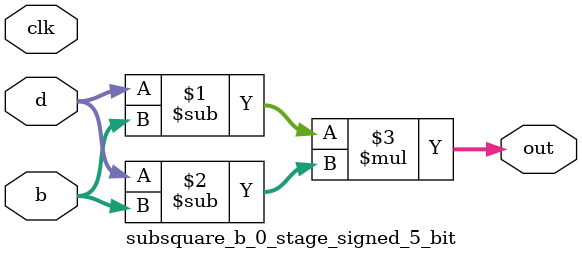
<source format=sv>
(* use_dsp = "yes" *) module subsquare_b_0_stage_signed_5_bit(
	input signed [4:0] b,
	input signed [4:0] d,
	output [4:0] out,
	input clk);

	assign out = (d - b) * (d - b);
endmodule

</source>
